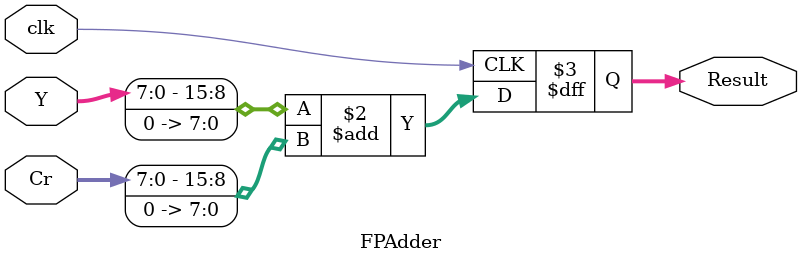
<source format=v>
`timescale 1ns/1ns

module FPAdder (
	input 				clk,    // Clock
	input wire [7:0]	Y,
	input wire [7:0]	Cr,

	output reg [15:0] Result
);

	always @(posedge clk) begin : proc_
		Result <= {Y, 8'h00} + {Cr, 8'h00};
	end

endmodule

</source>
